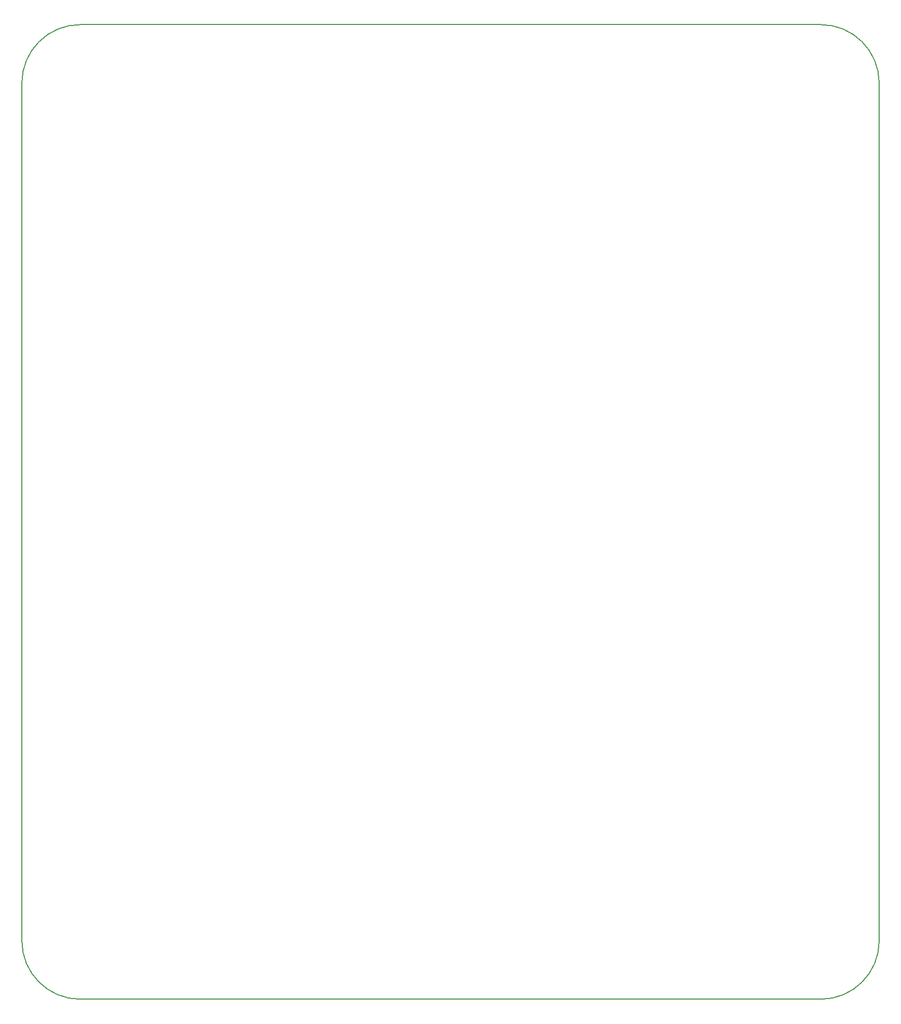
<source format=gm1>
G04 #@! TF.GenerationSoftware,KiCad,Pcbnew,(5.1.4-0-10_14)*
G04 #@! TF.CreationDate,2019-10-21T05:27:54-05:00*
G04 #@! TF.ProjectId,WiFi-Gate-Control-Board,57694669-2d47-4617-9465-2d436f6e7472,rev?*
G04 #@! TF.SameCoordinates,Original*
G04 #@! TF.FileFunction,Profile,NP*
%FSLAX46Y46*%
G04 Gerber Fmt 4.6, Leading zero omitted, Abs format (unit mm)*
G04 Created by KiCad (PCBNEW (5.1.4-0-10_14)) date 2019-10-21 05:27:54*
%MOMM*%
%LPD*%
G04 APERTURE LIST*
%ADD10C,0.127000*%
G04 APERTURE END LIST*
D10*
X232725000Y-63350000D02*
X232725000Y-203050000D01*
X102550000Y-212575000D02*
G75*
G02X93025000Y-203050000I0J9525000D01*
G01*
X232725000Y-203050000D02*
G75*
G02X223200000Y-212575000I-9525000J0D01*
G01*
X223200000Y-53825000D02*
G75*
G02X232725000Y-63350000I0J-9525000D01*
G01*
X93025000Y-63350000D02*
G75*
G02X102550000Y-53825000I9525000J0D01*
G01*
X223200000Y-212575000D02*
X102550000Y-212575000D01*
X102550000Y-53825000D02*
X223200000Y-53825000D01*
X93025000Y-203050000D02*
X93025000Y-63350000D01*
M02*

</source>
